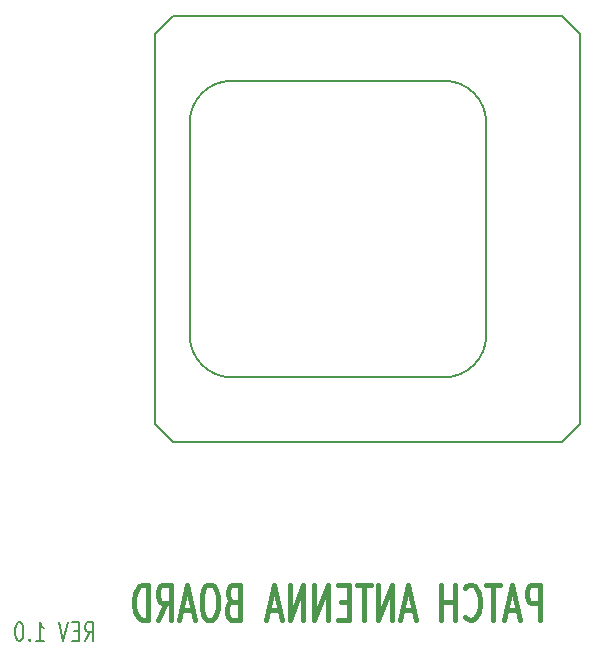
<source format=gbo>
%TF.GenerationSoftware,KiCad,Pcbnew,8.0.1*%
%TF.CreationDate,2024-07-18T17:37:03+01:00*%
%TF.ProjectId,patch-antenna-board,70617463-682d-4616-9e74-656e6e612d62,rev?*%
%TF.SameCoordinates,Original*%
%TF.FileFunction,Legend,Bot*%
%TF.FilePolarity,Positive*%
%FSLAX46Y46*%
G04 Gerber Fmt 4.6, Leading zero omitted, Abs format (unit mm)*
G04 Created by KiCad (PCBNEW 8.0.1) date 2024-07-18 17:37:03*
%MOMM*%
%LPD*%
G01*
G04 APERTURE LIST*
%ADD10C,0.400000*%
%ADD11C,0.200000*%
%ADD12C,0.127000*%
%ADD13C,0.150000*%
%ADD14C,1.600000*%
%ADD15C,3.600000*%
G04 APERTURE END LIST*
D10*
X117142858Y-133112057D02*
X117142858Y-130112057D01*
X117142858Y-130112057D02*
X116380953Y-130112057D01*
X116380953Y-130112057D02*
X116190477Y-130254914D01*
X116190477Y-130254914D02*
X116095239Y-130397771D01*
X116095239Y-130397771D02*
X116000001Y-130683485D01*
X116000001Y-130683485D02*
X116000001Y-131112057D01*
X116000001Y-131112057D02*
X116095239Y-131397771D01*
X116095239Y-131397771D02*
X116190477Y-131540628D01*
X116190477Y-131540628D02*
X116380953Y-131683485D01*
X116380953Y-131683485D02*
X117142858Y-131683485D01*
X115238096Y-132254914D02*
X114285715Y-132254914D01*
X115428572Y-133112057D02*
X114761906Y-130112057D01*
X114761906Y-130112057D02*
X114095239Y-133112057D01*
X113714286Y-130112057D02*
X112571429Y-130112057D01*
X113142858Y-133112057D02*
X113142858Y-130112057D01*
X110761905Y-132826342D02*
X110857143Y-132969200D01*
X110857143Y-132969200D02*
X111142857Y-133112057D01*
X111142857Y-133112057D02*
X111333333Y-133112057D01*
X111333333Y-133112057D02*
X111619048Y-132969200D01*
X111619048Y-132969200D02*
X111809524Y-132683485D01*
X111809524Y-132683485D02*
X111904762Y-132397771D01*
X111904762Y-132397771D02*
X112000000Y-131826342D01*
X112000000Y-131826342D02*
X112000000Y-131397771D01*
X112000000Y-131397771D02*
X111904762Y-130826342D01*
X111904762Y-130826342D02*
X111809524Y-130540628D01*
X111809524Y-130540628D02*
X111619048Y-130254914D01*
X111619048Y-130254914D02*
X111333333Y-130112057D01*
X111333333Y-130112057D02*
X111142857Y-130112057D01*
X111142857Y-130112057D02*
X110857143Y-130254914D01*
X110857143Y-130254914D02*
X110761905Y-130397771D01*
X109904762Y-133112057D02*
X109904762Y-130112057D01*
X109904762Y-131540628D02*
X108761905Y-131540628D01*
X108761905Y-133112057D02*
X108761905Y-130112057D01*
X106380952Y-132254914D02*
X105428571Y-132254914D01*
X106571428Y-133112057D02*
X105904762Y-130112057D01*
X105904762Y-130112057D02*
X105238095Y-133112057D01*
X104571428Y-133112057D02*
X104571428Y-130112057D01*
X104571428Y-130112057D02*
X103428571Y-133112057D01*
X103428571Y-133112057D02*
X103428571Y-130112057D01*
X102761904Y-130112057D02*
X101619047Y-130112057D01*
X102190476Y-133112057D02*
X102190476Y-130112057D01*
X100952380Y-131540628D02*
X100285713Y-131540628D01*
X99999999Y-133112057D02*
X100952380Y-133112057D01*
X100952380Y-133112057D02*
X100952380Y-130112057D01*
X100952380Y-130112057D02*
X99999999Y-130112057D01*
X99142856Y-133112057D02*
X99142856Y-130112057D01*
X99142856Y-130112057D02*
X97999999Y-133112057D01*
X97999999Y-133112057D02*
X97999999Y-130112057D01*
X97047618Y-133112057D02*
X97047618Y-130112057D01*
X97047618Y-130112057D02*
X95904761Y-133112057D01*
X95904761Y-133112057D02*
X95904761Y-130112057D01*
X95047618Y-132254914D02*
X94095237Y-132254914D01*
X95238094Y-133112057D02*
X94571428Y-130112057D01*
X94571428Y-130112057D02*
X93904761Y-133112057D01*
X91047617Y-131540628D02*
X90761903Y-131683485D01*
X90761903Y-131683485D02*
X90666665Y-131826342D01*
X90666665Y-131826342D02*
X90571427Y-132112057D01*
X90571427Y-132112057D02*
X90571427Y-132540628D01*
X90571427Y-132540628D02*
X90666665Y-132826342D01*
X90666665Y-132826342D02*
X90761903Y-132969200D01*
X90761903Y-132969200D02*
X90952379Y-133112057D01*
X90952379Y-133112057D02*
X91714284Y-133112057D01*
X91714284Y-133112057D02*
X91714284Y-130112057D01*
X91714284Y-130112057D02*
X91047617Y-130112057D01*
X91047617Y-130112057D02*
X90857141Y-130254914D01*
X90857141Y-130254914D02*
X90761903Y-130397771D01*
X90761903Y-130397771D02*
X90666665Y-130683485D01*
X90666665Y-130683485D02*
X90666665Y-130969200D01*
X90666665Y-130969200D02*
X90761903Y-131254914D01*
X90761903Y-131254914D02*
X90857141Y-131397771D01*
X90857141Y-131397771D02*
X91047617Y-131540628D01*
X91047617Y-131540628D02*
X91714284Y-131540628D01*
X89333332Y-130112057D02*
X88952379Y-130112057D01*
X88952379Y-130112057D02*
X88761903Y-130254914D01*
X88761903Y-130254914D02*
X88571427Y-130540628D01*
X88571427Y-130540628D02*
X88476189Y-131112057D01*
X88476189Y-131112057D02*
X88476189Y-132112057D01*
X88476189Y-132112057D02*
X88571427Y-132683485D01*
X88571427Y-132683485D02*
X88761903Y-132969200D01*
X88761903Y-132969200D02*
X88952379Y-133112057D01*
X88952379Y-133112057D02*
X89333332Y-133112057D01*
X89333332Y-133112057D02*
X89523808Y-132969200D01*
X89523808Y-132969200D02*
X89714284Y-132683485D01*
X89714284Y-132683485D02*
X89809522Y-132112057D01*
X89809522Y-132112057D02*
X89809522Y-131112057D01*
X89809522Y-131112057D02*
X89714284Y-130540628D01*
X89714284Y-130540628D02*
X89523808Y-130254914D01*
X89523808Y-130254914D02*
X89333332Y-130112057D01*
X87714284Y-132254914D02*
X86761903Y-132254914D01*
X87904760Y-133112057D02*
X87238094Y-130112057D01*
X87238094Y-130112057D02*
X86571427Y-133112057D01*
X84761903Y-133112057D02*
X85428570Y-131683485D01*
X85904760Y-133112057D02*
X85904760Y-130112057D01*
X85904760Y-130112057D02*
X85142855Y-130112057D01*
X85142855Y-130112057D02*
X84952379Y-130254914D01*
X84952379Y-130254914D02*
X84857141Y-130397771D01*
X84857141Y-130397771D02*
X84761903Y-130683485D01*
X84761903Y-130683485D02*
X84761903Y-131112057D01*
X84761903Y-131112057D02*
X84857141Y-131397771D01*
X84857141Y-131397771D02*
X84952379Y-131540628D01*
X84952379Y-131540628D02*
X85142855Y-131683485D01*
X85142855Y-131683485D02*
X85904760Y-131683485D01*
X83904760Y-133112057D02*
X83904760Y-130112057D01*
X83904760Y-130112057D02*
X83428570Y-130112057D01*
X83428570Y-130112057D02*
X83142855Y-130254914D01*
X83142855Y-130254914D02*
X82952379Y-130540628D01*
X82952379Y-130540628D02*
X82857141Y-130826342D01*
X82857141Y-130826342D02*
X82761903Y-131397771D01*
X82761903Y-131397771D02*
X82761903Y-131826342D01*
X82761903Y-131826342D02*
X82857141Y-132397771D01*
X82857141Y-132397771D02*
X82952379Y-132683485D01*
X82952379Y-132683485D02*
X83142855Y-132969200D01*
X83142855Y-132969200D02*
X83428570Y-133112057D01*
X83428570Y-133112057D02*
X83904760Y-133112057D01*
D11*
X78571428Y-134893790D02*
X78971428Y-134131885D01*
X79257142Y-134893790D02*
X79257142Y-133293790D01*
X79257142Y-133293790D02*
X78799999Y-133293790D01*
X78799999Y-133293790D02*
X78685714Y-133369980D01*
X78685714Y-133369980D02*
X78628571Y-133446171D01*
X78628571Y-133446171D02*
X78571428Y-133598552D01*
X78571428Y-133598552D02*
X78571428Y-133827123D01*
X78571428Y-133827123D02*
X78628571Y-133979504D01*
X78628571Y-133979504D02*
X78685714Y-134055695D01*
X78685714Y-134055695D02*
X78799999Y-134131885D01*
X78799999Y-134131885D02*
X79257142Y-134131885D01*
X78057142Y-134055695D02*
X77657142Y-134055695D01*
X77485714Y-134893790D02*
X78057142Y-134893790D01*
X78057142Y-134893790D02*
X78057142Y-133293790D01*
X78057142Y-133293790D02*
X77485714Y-133293790D01*
X77142857Y-133293790D02*
X76742857Y-134893790D01*
X76742857Y-134893790D02*
X76342857Y-133293790D01*
X74400000Y-134893790D02*
X75085714Y-134893790D01*
X74742857Y-134893790D02*
X74742857Y-133293790D01*
X74742857Y-133293790D02*
X74857143Y-133522361D01*
X74857143Y-133522361D02*
X74971428Y-133674742D01*
X74971428Y-133674742D02*
X75085714Y-133750933D01*
X73885714Y-134741409D02*
X73828571Y-134817600D01*
X73828571Y-134817600D02*
X73885714Y-134893790D01*
X73885714Y-134893790D02*
X73942857Y-134817600D01*
X73942857Y-134817600D02*
X73885714Y-134741409D01*
X73885714Y-134741409D02*
X73885714Y-134893790D01*
X73085714Y-133293790D02*
X72971428Y-133293790D01*
X72971428Y-133293790D02*
X72857142Y-133369980D01*
X72857142Y-133369980D02*
X72800000Y-133446171D01*
X72800000Y-133446171D02*
X72742857Y-133598552D01*
X72742857Y-133598552D02*
X72685714Y-133903314D01*
X72685714Y-133903314D02*
X72685714Y-134284266D01*
X72685714Y-134284266D02*
X72742857Y-134589028D01*
X72742857Y-134589028D02*
X72800000Y-134741409D01*
X72800000Y-134741409D02*
X72857142Y-134817600D01*
X72857142Y-134817600D02*
X72971428Y-134893790D01*
X72971428Y-134893790D02*
X73085714Y-134893790D01*
X73085714Y-134893790D02*
X73200000Y-134817600D01*
X73200000Y-134817600D02*
X73257142Y-134741409D01*
X73257142Y-134741409D02*
X73314285Y-134589028D01*
X73314285Y-134589028D02*
X73371428Y-134284266D01*
X73371428Y-134284266D02*
X73371428Y-133903314D01*
X73371428Y-133903314D02*
X73314285Y-133598552D01*
X73314285Y-133598552D02*
X73257142Y-133446171D01*
X73257142Y-133446171D02*
X73200000Y-133369980D01*
X73200000Y-133369980D02*
X73085714Y-133293790D01*
D12*
%TO.C,ANT1*%
X120500000Y-116500000D02*
X119000000Y-118000000D01*
X119000000Y-118000000D02*
X86000000Y-118000000D01*
X84500000Y-116500000D02*
X86000000Y-118000000D01*
X120500000Y-83500000D02*
X120500000Y-116500000D01*
X109000000Y-112550000D02*
X91000000Y-112550000D01*
X112550000Y-91000000D02*
X112550000Y-109000000D01*
X87450000Y-109000000D02*
X87450000Y-91000000D01*
X91000000Y-87450000D02*
X109000000Y-87450000D01*
X119000000Y-82000000D02*
X120500000Y-83500000D01*
X84500000Y-116500000D02*
X84500000Y-83500000D01*
X86000000Y-82000000D02*
X119000000Y-82000000D01*
X84500000Y-83500000D02*
X86000000Y-82000000D01*
X112550000Y-109000000D02*
G75*
G02*
X109000000Y-112550000I-3550000J0D01*
G01*
X91000000Y-112550000D02*
G75*
G02*
X87450000Y-109000000I0J3550000D01*
G01*
X109000000Y-87450000D02*
G75*
G02*
X112550000Y-91000000I0J-3550000D01*
G01*
X87450000Y-91000000D02*
G75*
G02*
X91000000Y-87450000I3550000J0D01*
G01*
%TD*%
%LPC*%
D13*
X69500000Y-135500000D02*
X130500000Y-135500000D01*
X130500000Y-137500000D01*
X69500000Y-137500000D01*
X69500000Y-135500000D01*
G36*
X69500000Y-135500000D02*
G01*
X130500000Y-135500000D01*
X130500000Y-137500000D01*
X69500000Y-137500000D01*
X69500000Y-135500000D01*
G37*
X135500000Y-69500000D02*
X137500000Y-69500000D01*
X137500000Y-130500000D01*
X135500000Y-130500000D01*
X135500000Y-69500000D01*
G36*
X135500000Y-69500000D02*
G01*
X137500000Y-69500000D01*
X137500000Y-130500000D01*
X135500000Y-130500000D01*
X135500000Y-69500000D01*
G37*
X62500000Y-69500000D02*
X64500000Y-69500000D01*
X64500000Y-130500000D01*
X62500000Y-130500000D01*
X62500000Y-69500000D01*
G36*
X62500000Y-69500000D02*
G01*
X64500000Y-69500000D01*
X64500000Y-130500000D01*
X62500000Y-130500000D01*
X62500000Y-69500000D01*
G37*
X130500000Y-68500000D02*
X132000000Y-69500000D01*
X137500000Y-69500000D01*
X137500000Y-72000000D01*
X131500000Y-72000000D01*
X130700000Y-71800000D01*
X130200000Y-71600000D01*
X129600000Y-71200000D01*
X129100000Y-70800000D01*
X128700000Y-70300000D01*
X128500000Y-69900000D01*
X128500000Y-62500000D01*
X130500000Y-62500000D01*
X130500000Y-68500000D01*
G36*
X130500000Y-68500000D02*
G01*
X132000000Y-69500000D01*
X137500000Y-69500000D01*
X137500000Y-72000000D01*
X131500000Y-72000000D01*
X130700000Y-71800000D01*
X130200000Y-71600000D01*
X129600000Y-71200000D01*
X129100000Y-70800000D01*
X128700000Y-70300000D01*
X128500000Y-69900000D01*
X128500000Y-62500000D01*
X130500000Y-62500000D01*
X130500000Y-68500000D01*
G37*
X72000000Y-68500000D02*
X71800000Y-69300000D01*
X71600000Y-69800000D01*
X71200000Y-70400000D01*
X70800000Y-70900000D01*
X70300000Y-71300000D01*
X69900000Y-71500000D01*
X62500000Y-71500000D01*
X62500000Y-69500000D01*
X68500000Y-69500000D01*
X69500000Y-68000000D01*
X69500000Y-62500000D01*
X72000000Y-62500000D01*
X72000000Y-68500000D01*
G36*
X72000000Y-68500000D02*
G01*
X71800000Y-69300000D01*
X71600000Y-69800000D01*
X71200000Y-70400000D01*
X70800000Y-70900000D01*
X70300000Y-71300000D01*
X69900000Y-71500000D01*
X62500000Y-71500000D01*
X62500000Y-69500000D01*
X68500000Y-69500000D01*
X69500000Y-68000000D01*
X69500000Y-62500000D01*
X72000000Y-62500000D01*
X72000000Y-68500000D01*
G37*
X69300000Y-128200000D02*
X69800000Y-128400000D01*
X70400000Y-128800000D01*
X70900000Y-129200000D01*
X71300000Y-129700000D01*
X71500000Y-130100000D01*
X71500000Y-137500000D01*
X69500000Y-137500000D01*
X69500000Y-131500000D01*
X68000000Y-130500000D01*
X62500000Y-130500000D01*
X62500000Y-128000000D01*
X68500000Y-128000000D01*
X69300000Y-128200000D01*
G36*
X69300000Y-128200000D02*
G01*
X69800000Y-128400000D01*
X70400000Y-128800000D01*
X70900000Y-129200000D01*
X71300000Y-129700000D01*
X71500000Y-130100000D01*
X71500000Y-137500000D01*
X69500000Y-137500000D01*
X69500000Y-131500000D01*
X68000000Y-130500000D01*
X62500000Y-130500000D01*
X62500000Y-128000000D01*
X68500000Y-128000000D01*
X69300000Y-128200000D01*
G37*
X69500000Y-62500000D02*
X130500000Y-62500000D01*
X130500000Y-64500000D01*
X69500000Y-64500000D01*
X69500000Y-62500000D01*
G36*
X69500000Y-62500000D02*
G01*
X130500000Y-62500000D01*
X130500000Y-64500000D01*
X69500000Y-64500000D01*
X69500000Y-62500000D01*
G37*
X137500000Y-130500000D02*
X131500000Y-130500000D01*
X130500000Y-132000000D01*
X130500000Y-137500000D01*
X128000000Y-137500000D01*
X128000000Y-131500000D01*
X128200000Y-130700000D01*
X128400000Y-130200000D01*
X128800000Y-129600000D01*
X129200000Y-129100000D01*
X129700000Y-128700000D01*
X130100000Y-128500000D01*
X137500000Y-128500000D01*
X137500000Y-130500000D01*
G36*
X137500000Y-130500000D02*
G01*
X131500000Y-130500000D01*
X130500000Y-132000000D01*
X130500000Y-137500000D01*
X128000000Y-137500000D01*
X128000000Y-131500000D01*
X128200000Y-130700000D01*
X128400000Y-130200000D01*
X128800000Y-129600000D01*
X129200000Y-129100000D01*
X129700000Y-128700000D01*
X130100000Y-128500000D01*
X137500000Y-128500000D01*
X137500000Y-130500000D01*
G37*
D14*
%TO.C,ANT1*%
X97500000Y-100000000D03*
%TD*%
D15*
%TO.C,H1*%
X70000000Y-125000000D03*
%TD*%
%TO.C,H2*%
X70000000Y-75000000D03*
%TD*%
%TO.C,H3*%
X130000000Y-75000000D03*
%TD*%
%TO.C,H4*%
X130000000Y-125000000D03*
%TD*%
%LPD*%
M02*

</source>
